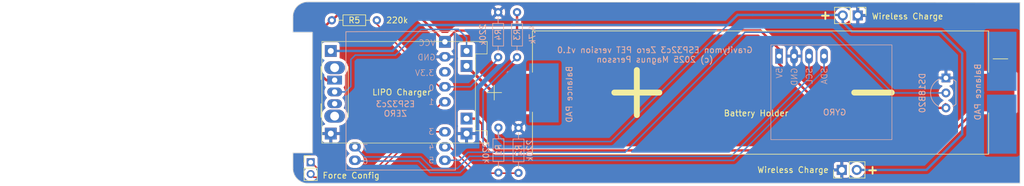
<source format=kicad_pcb>
(kicad_pcb (version 20241229) (generator "pcbnew") (generator_version "9.0")
  (title_block (title "Gravitymon PET Zero PCB") (date "2024-06-06") (company "Magnus Persson"))
  (layers (0 "F.Cu" signal) (2 "B.Cu" signal) (13 "F.Paste" user) (15 "B.Paste" user) (5 "F.SilkS" user "F.Silkscreen") (7 "B.SilkS" user "B.Silkscreen") (1 "F.Mask" user) (3 "B.Mask" user) (25 "Edge.Cuts" user))
  (net 0 "")
  (net 1 "VCC")
  (net 2 "GND")
  (net 3 "Net-(BAT2-+)")
  (net 4 "Net-(BAT2--)")
  (net 5 "/CHARGING")
  (net 6 "/CFG2")
  (net 7 "/CFG1")
  (net 8 "Net-(U5-5)")
  (net 9 "+3.3V")
  (net 10 "/VOLTAGE")
  (net 11 "/SDA")
  (net 12 "/SCL")
  (net 14 "Net-(SW2-B)")
  (net 15 "/CHARGE-5V")
  (footprint "magnus:lipo-tp4056" (layer "F.Cu") (at 95.303003 95.2604)
    (property "Reference" "U1" (hide yes))
    (property "Value" "TP-4056" (hide yes))
    (fp_line (start -14.151403 -8.6) (end -14.151403 8.6) (stroke (width 0.1)) (layer "F.SilkS"))
    (fp_line (start -14.151403 -8.6) (end 13.848597 -8.6) (stroke (width 0.1)) (layer "F.SilkS"))
    (fp_line (start -14.151403 8.6) (end 13.848597 8.6) (stroke (width 0.1)) (layer "F.SilkS"))
    (fp_line (start 11.848597 -6.502399) (end 11.848597 6.514315) (stroke (width 0.1)) (layer "F.SilkS"))
    (fp_line (start 11.848597 6.514315) (end 13.848597 6.517906) (stroke (width 0.1)) (layer "F.SilkS"))
    (fp_line (start 13.8176 -6.5024) (end 11.8684 -6.502399) (stroke (width 0.1)) (layer "F.SilkS"))
    (fp_line (start 13.848597 -8.6) (end 13.8176 -6.5024) (stroke (width 0.1)) (layer "F.SilkS"))
    (fp_line (start 13.848597 8.6) (end 13.848597 6.517906) (stroke (width 0.1)) (layer "F.SilkS"))
    (pad "1" thru_hole rect (at -12.651403 -7) (size 2 2) (drill 1) (layers "*.Cu" "*.Mask") (net 15 "/CHARGE-5V"))
    (pad "2" thru_hole rect (at -12.651403 7) (size 2 2) (drill 1) (layers "*.Cu" "*.Mask") (net 2 "GND"))
    (pad "3" thru_hole rect (at 10.348597 -7) (size 2 2) (drill 1) (layers "*.Cu" "*.Mask") (net 14 "Net-(SW2-B)"))
    (pad "4" thru_hole rect (at 10.348597 7) (size 2 2) (drill 1) (layers "*.Cu" "*.Mask") (net 2 "GND"))
    (pad "5" thru_hole rect (at 10.348597 -4.46) (size 2 2) (drill 1) (layers "*.Cu" "*.Mask") (net 3 "Net-(BAT2-+)"))
    (pad "6" thru_hole rect (at 10.348597 4.46) (size 2 2) (drill 1) (layers "*.Cu" "*.Mask") (net 4 "Net-(BAT2--)"))
  )
  (footprint "Connector_PinHeader_2.00mm:PinHeader_1x02_P2.00mm_Vertical" (layer "F.Cu") (at 79.248 107.11)
    (property "Reference" "J3" (hide yes))
    (property "Value" "Force Config" (at 6.852 2.25 0) (layer "F.SilkS"))
    (fp_line (start -1.11 -1.11) (end 0 -1.11) (stroke (width 0.12)) (layer "F.SilkS"))
    (fp_line (start -1.11 0) (end -1.11 -1.11) (stroke (width 0.12)) (layer "F.SilkS"))
    (fp_line (start -1.11 1) (end -1.11 3.11) (stroke (width 0.12)) (layer "F.SilkS"))
    (fp_line (start -1.11 1) (end 1.11 1) (stroke (width 0.12)) (layer "F.SilkS"))
    (fp_line (start -1.11 3.11) (end 1.11 3.11) (stroke (width 0.12)) (layer "F.SilkS"))
    (fp_line (start 1.11 1) (end 1.11 3.11) (stroke (width 0.12)) (layer "F.SilkS"))
    (pad "1" thru_hole rect (at 0 0) (size 1.35 1.35) (drill 0.8) (layers "*.Cu" "*.Mask") (net 6 "/CFG2"))
    (pad "2" thru_hole circle (at 0 2) (size 1.35 1.35) (drill 0.8) (layers "*.Cu" "*.Mask") (net 7 "/CFG1"))
  )
  (footprint "magnus:battery_holder_18650" (layer "F.Cu") (at 155.45 95.31)
    (property "Reference" "BAT2" (hide yes))
    (property "Value" "Battery_Cell" (hide yes))
    (fp_line (start -46.3604 0) (end -43.8604 0) (stroke (width 0.12)) (layer "F.SilkS"))
    (fp_line (start -45.1104 1.25) (end -45.1104 -1.25) (stroke (width 0.12)) (layer "F.SilkS"))
    (fp_line (start -38.64 -10.44) (end -38.64 -3.44) (stroke (width 0.12)) (layer "F.SilkS"))
    (fp_line (start -38.64 10.44) (end -38.64 3.302) (stroke (width 0.12)) (layer "F.SilkS"))
    (fp_line (start -24.765 0) (end -17.145 0) (stroke (width 1)) (layer "F.SilkS"))
    (fp_line (start -20.955 -3.81) (end -20.955 3.81) (stroke (width 1)) (layer "F.SilkS"))
    (fp_line (start 15.875 0) (end 22.225 0) (stroke (width 1)) (layer "F.SilkS"))
    (fp_line (start 38.64 -10.44) (end -38.64 -10.44) (stroke (width 0.12)) (layer "F.SilkS"))
    (fp_line (start 38.64 -3.44) (end 38.64 -10.42) (stroke (width 0.12)) (layer "F.SilkS"))
    (fp_line (start 38.64 3.44) (end 38.64 10.44) (stroke (width 0.12)) (layer "F.SilkS"))
    (fp_line (start 38.64 10.44) (end -38.64 10.44) (stroke (width 0.12)) (layer "F.SilkS"))
    (fp_line (start 41.89 -5.715) (end 39.39 -5.715) (stroke (width 0.12)) (layer "F.SilkS"))
    (pad "1" smd rect (at -39.1025 0) (size 6.885 6.35) (layers "F.Cu" "F.Mask" "F.Paste") (net 3 "Net-(BAT2-+)"))
    (pad "2" smd rect (at 39.33 0) (size 7.34 6.35) (layers "F.Cu" "F.Mask" "F.Paste") (net 4 "Net-(BAT2--)"))
  )
  (footprint "Connector_PinHeader_2.54mm:PinHeader_1x02_P2.54mm_Vertical" (layer "F.Cu") (at 169.21 108.41 90)
    (property "Reference" "J2" (hide yes))
    (property "Value" "Wireless Charge" (at 0 -8.26 180) (layer "F.SilkS"))
    (fp_line (start -1.38 -1.38) (end 0 -1.38) (stroke (width 0.12)) (layer "F.SilkS"))
    (fp_line (start -1.38 0) (end -1.38 -1.38) (stroke (width 0.12)) (layer "F.SilkS"))
    (fp_line (start 1.38 1.27) (end 1.38 3.92) (stroke (width 0.12)) (layer "F.SilkS"))
    (fp_line (start -1.38 1.27) (end 1.38 1.27) (stroke (width 0.12)) (layer "F.SilkS"))
    (fp_line (start -1.38 1.27) (end -1.38 3.92) (stroke (width 0.12)) (layer "F.SilkS"))
    (fp_line (start -1.38 3.92) (end 1.38 3.92) (stroke (width 0.12)) (layer "F.SilkS"))
    (pad "1" thru_hole rect (at 0 0 90) (size 1.7 1.7) (drill 1) (layers "*.Cu" "*.Mask") (net 2 "GND"))
    (pad "2" thru_hole circle (at 0 2.54 90) (size 1.7 1.7) (drill 1) (layers "*.Cu" "*.Mask") (net 15 "/CHARGE-5V"))
  )
  (footprint "Connector_PinHeader_2.54mm:PinHeader_1x02_P2.54mm_Vertical" (layer "F.Cu") (at 171.9122 82.2452 -90)
    (property "Reference" "J1" (hide yes))
    (property "Value" "Wireless Charge" (at 0.1524 -8.4328 180) (layer "F.SilkS"))
    (fp_line (start -1.38 3.92) (end 1.38 3.92) (stroke (width 0.12)) (layer "F.SilkS"))
    (fp_line (start -1.38 1.27) (end -1.38 3.92) (stroke (width 0.12)) (layer "F.SilkS"))
    (fp_line (start -1.38 1.27) (end 1.38 1.27) (stroke (width 0.12)) (layer "F.SilkS"))
    (fp_line (start 1.38 1.27) (end 1.38 3.92) (stroke (width 0.12)) (layer "F.SilkS"))
    (fp_line (start -1.38 0) (end -1.38 -1.38) (stroke (width 0.12)) (layer "F.SilkS"))
    (fp_line (start -1.38 -1.38) (end 0 -1.38) (stroke (width 0.12)) (layer "F.SilkS"))
    (pad "1" thru_hole rect (at 0 0 270) (size 1.7 1.7) (drill 1) (layers "*.Cu" "*.Mask") (net 2 "GND"))
    (pad "2" thru_hole circle (at 0 2.54 270) (size 1.7 1.7) (drill 1) (layers "*.Cu" "*.Mask") (net 15 "/CHARGE-5V"))
  )
  (footprint "Button_Switch_THT:SW_Slide_SPDT_Angled_CK_OS102011MA1Q" (layer "F.Cu") (at 83.3054 93.1992 -90)
    (property "Reference" "SW2" (hide yes))
    (property "Value" "SW_SPST" (hide yes))
    (fp_line (start -2.3 2.3) (end -0.1 2.3) (stroke (width 0.12)) (layer "F.SilkS"))
    (fp_line (start 4 2.3) (end 6.3 2.3) (stroke (width 0.12)) (layer "F.SilkS"))
    (fp_line (start -2.3 -2.3) (end 6.3 -2.3) (stroke (width 0.12)) (layer "F.SilkS"))
    (pad "" thru_hole oval (at -2.1 0 270) (size 2.2 3.5) (drill 1.5) (layers "*.Cu" "*.Mask"))
    (pad "" thru_hole oval (at 6.1 0 270) (size 2.2 3.5) (drill 1.5) (layers "*.Cu" "*.Mask"))
    (pad "1" thru_hole rect (at 0 0 270) (size 1.5 2.5) (drill 0.9) (layers "*.Cu" "*.Mask") (net 1 "VCC"))
    (pad "2" thru_hole oval (at 2 0 270) (size 1.5 2.5) (drill 0.9) (layers "*.Cu" "*.Mask") (net 14 "Net-(SW2-B)"))
    (pad "3" thru_hole oval (at 4 0 270) (size 1.5 2.5) (drill 0.9) (layers "*.Cu" "*.Mask"))
  )
  (footprint "Resistor_THT:R_Axial_DIN0204_L3.6mm_D1.6mm_P7.62mm_Horizontal" (layer "F.Cu") (at 90.45 83.06 180)
    (property "Reference" "R5" (at 3.81 0 180) (layer "F.SilkS"))
    (property "Value" "220k" (at -3.45 0 180) (layer "F.SilkS"))
    (fp_line (start 6.68 0) (end 5.73 0) (stroke (width 0.12)) (layer "F.SilkS"))
    (fp_line (start 0.94 0) (end 1.89 0) (stroke (width 0.12)) (layer "F.SilkS"))
    (fp_rect (start 1.89 -0.92) (end 5.73 0.92) (stroke (width 0.12)) (fill no) (layer "F.SilkS"))
    (pad "1" thru_hole circle (at 0 0 180) (size 1.4 1.4) (drill 0.7) (layers "*.Cu" "*.Mask") (net 10 "/VOLTAGE"))
    (pad "2" thru_hole circle (at 7.62 0 180) (size 1.4 1.4) (drill 0.7) (layers "*.Cu" "*.Mask") (net 1 "VCC"))
  )
  (footprint "Resistor_THT:R_Axial_DIN0204_L3.6mm_D1.6mm_P7.62mm_Horizontal" (layer "B.Cu") (at 114.2 89.32 90)
    (property "Reference" "R3" (at 3.81 0 270) (layer "B.SilkS") (effects (justify mirror)))
    (property "Value" "4.7k" (at 3.81 2.6 270) (layer "B.SilkS") (effects (justify mirror)))
    (fp_line (start 6.68 0) (end 5.73 0) (stroke (width 0.12)) (layer "B.SilkS"))
    (fp_line (start 0.94 0) (end 1.89 0) (stroke (width 0.12)) (layer "B.SilkS"))
    (fp_rect (start 1.89 0.92) (end 5.73 -0.92) (stroke (width 0.12)) (fill no) (layer "B.SilkS"))
    (pad "1" thru_hole circle (at 0 0 90) (size 1.4 1.4) (drill 0.7) (layers "*.Cu" "*.Mask") (net 8 "Net-(U5-5)"))
    (pad "2" thru_hole circle (at 7.62 0 90) (size 1.4 1.4) (drill 0.7) (layers "*.Cu" "*.Mask") (net 1 "VCC"))
  )
  (footprint "magnus:gyro-mpu6050" (layer "B.Cu") (at 167.4754 94.2186 -90)
    (property "Reference" "U7" (hide yes))
    (property "Value" "~")
    (fp_rect (start -6.985 10.28) (end 9.065 -10.23) (stroke (width 0.1)) (fill no) (layer "B.SilkS"))
    (fp_text user "SCL" (at -3.175 3.175 90) (layer "B.SilkS") (effects (font (thickness 0.1)) (justify left bottom mirror)))
    (fp_text user "SDA" (at -3.175 0.635 90) (layer "B.SilkS") (effects (font (thickness 0.1)) (justify left bottom mirror)))
    (fp_text user "5V" (at -3.175 8.255 90) (layer "B.SilkS") (effects (font (thickness 0.1)) (justify left bottom mirror)))
    (fp_text user "GND" (at -3.175 5.715 90) (layer "B.SilkS") (effects (font (thickness 0.1)) (justify left bottom mirror)))
    (pad "1" thru_hole rect (at -5.08 8.89 270) (size 2.54 1.27) (drill 0.8) (layers "*.Cu" "*.Mask") (net 1 "VCC"))
    (pad "2" thru_hole oval (at -5.08 6.35 270) (size 2.54 1.27) (drill 0.8) (layers "*.Cu" "*.Mask") (net 2 "GND"))
    (pad "3" thru_hole oval (at -5.08 3.81 270) (size 2.54 1.27) (drill 0.8) (layers "*.Cu" "*.Mask") (net 12 "/SCL"))
    (pad "4" thru_hole oval (at -5.08 1.27 270) (size 2.54 1.27) (drill 0.8) (layers "*.Cu" "*.Mask") (net 11 "/SDA"))
  )
  (footprint "Connector_Wire:SolderWirePad_1x01_SMD_5x10mm" (layer "B.Cu") (at 196.3 90.01 180)
    (property "Reference" "J4" (hide yes))
    (property "Value" "Balance 1" (hide yes))
    (pad "1" smd rect (at 0 0 180) (size 5 10) (layers "B.Cu" "B.Mask" "B.Paste"))
  )
  (footprint "Connector_Wire:SolderWirePad_1x01_SMD_5x10mm" (layer "B.Cu") (at 196.3 100.66 180)
    (property "Reference" "J5" (hide yes))
    (property "Value" "Balance 2" (hide yes))
    (pad "1" smd rect (at 0 0 180) (size 5 10) (layers "B.Cu" "B.Mask" "B.Paste"))
  )
  (footprint "Resistor_THT:R_Axial_DIN0204_L3.6mm_D1.6mm_P7.62mm_Horizontal" (layer "B.Cu") (at 111 81.7 -90)
    (property "Reference" "R4" (at 3.81 0 90) (layer "B.SilkS") (effects (justify mirror)))
    (property "Value" "220k" (at 3.81 2.6 90) (layer "B.SilkS") (effects (justify mirror)))
    (fp_line (start 0.94 0) (end 1.89 0) (stroke (width 0.12)) (layer "B.SilkS"))
    (fp_line (start 6.68 0) (end 5.73 0) (stroke (width 0.12)) (layer "B.SilkS"))
    (fp_rect (start 1.89 0.92) (end 5.73 -0.92) (stroke (width 0.12)) (fill no) (layer "B.SilkS"))
    (pad "1" thru_hole circle (at 0 0 270) (size 1.4 1.4) (drill 0.7) (layers "*.Cu" "*.Mask") (net 2 "GND"))
    (pad "2" thru_hole circle (at 7.62 0 270) (size 1.4 1.4) (drill 0.7) (layers "*.Cu" "*.Mask") (net 10 "/VOLTAGE"))
  )
  (footprint "Connector_Wire:SolderWirePad_1x01_SMD_5x10mm" (layer "B.Cu") (at 118.75 95.36 180)
    (property "Reference" "J6" (hide yes))
    (property "Value" "Balance 3" (hide yes))
    (pad "1" smd rect (at 0 0 180) (size 5 10) (layers "B.Cu" "B.Mask" "B.Paste"))
  )
  (footprint "Package_TO_SOT_THT:TO-92L_Inline_Wide" (layer "B.Cu") (at 186.85 92.83 -90)
    (property "Reference" "U8" (hide yes))
    (property "Value" "DS18B20" (at 2.55 4 90) (layer "B.SilkS") (effects (justify mirror)))
    (fp_line (start 0.6 -1.7) (end 4.45 -1.7) (stroke (width 0.12)) (layer "B.SilkS"))
    (fp_arc (start 2.54 2.6) (mid 1.143021 2.192818) (end 0.1836 1.098807) (stroke (width 0.12)) (layer "B.SilkS"))
    (fp_arc (start 4.8964 1.098807) (mid 3.936979 2.192817) (end 2.54 2.6) (stroke (width 0.12)) (layer "B.SilkS"))
    (fp_arc (start 0.217369 -1.122045) (mid 0.389183 -1.423933) (end 0.6 -1.7) (stroke (width 0.12)) (layer "B.SilkS"))
    (fp_arc (start 4.45 -1.7) (mid 4.666594 -1.419753) (end 4.842383 -1.112264) (stroke (width 0.12)) (layer "B.SilkS"))
    (pad "1" thru_hole rect (at 0 0 270) (size 1.5 1.5) (drill 0.8) (layers "*.Cu" "*.Mask") (net 2 "GND"))
    (pad "2" thru_hole circle (at 2.54 0 270) (size 1.5 1.5) (drill 0.8) (layers "*.Cu" "*.Mask") (net 8 "Net-(U5-5)"))
    (pad "3" thru_hole circle (at 5.08 0 270) (size 1.5 1.5) (drill 0.8) (layers "*.Cu" "*.Mask") (net 1 "VCC"))
  )
  (footprint "Resistor_THT:R_Axial_DIN0204_L3.6mm_D1.6mm_P7.62mm_Horizontal" (layer "B.Cu") (at 111.05 101.25 -90)
    (property "Reference" "R1" (at 3.81 0 90) (layer "B.SilkS") (effects (justify mirror)))
    (property "Value" "220k" (at 4.21 2.1 90) (layer "B.SilkS") (effects (justify mirror)))
    (fp_line (start 0.94 0) (end 1.89 0) (stroke (width 0.12)) (layer "B.SilkS"))
    (fp_line (start 6.68 0) (end 5.73 0) (stroke (width 0.12)) (layer "B.SilkS"))
    (fp_rect (start 1.89 0.92) (end 5.73 -0.92) (stroke (width 0.12)) (fill no) (layer "B.SilkS"))
    (pad "1" thru_hole circle (at 0 0 270) (size 1.4 1.4) (drill 0.7) (layers "*.Cu" "*.Mask") (net 15 "/CHARGE-5V"))
    (pad "2" thru_hole circle (at 7.62 0 270) (size 1.4 1.4) (drill 0.7) (layers "*.Cu" "*.Mask") (net 5 "/CHARGING"))
  )
  (footprint "magnus:waveshare-esp32c3-zero" (layer "B.Cu") (at 109.601 86.7156 180)
    (property "Reference" "U5" (hide yes))
    (property "Value" "~")
    (fp_line (start 24.384 1.71) (end 5.842 1.778) (stroke (width 0.12)) (layer "B.SilkS"))
    (fp_line (start 24.362636 -21.722598) (end 24.392227 1.709998) (stroke (width 0.12)) (layer "B.SilkS"))
    (fp_line (start 5.842 -21.717) (end 24.3332 -21.722407) (stroke (width 0.12)) (layer "B.SilkS"))
    (fp_line (start 5.842 -21.717) (end 5.842 1.778) (stroke (width 0.12)) (layer "B.SilkS"))
    (fp_text user "VCC" (at 9.144 -0.762 0) (layer "B.SilkS") (effects (font (thickness 0.1)) (justify left bottom mirror)))
    (fp_text user "0" (at 9.374 -8.38 0) (layer "B.SilkS") (effects (font (thickness 0.1)) (justify left bottom mirror)))
    (fp_text user "6" (at 20.574 -20.786 0) (layer "B.SilkS") (effects (font (thickness 0.1)) (justify left bottom mirror)))
    (fp_text user "3" (at 9.374 -15.8 0) (layer "B.SilkS") (effects (font (thickness 0.1)) (justify left bottom mirror)))
    (fp_text user "5" (at 9.374 -20.666 0) (layer "B.SilkS") (effects (font (thickness 0.1)) (justify left bottom mirror)))
    (fp_text user "1" (at 9.374 -10.76 0) (layer "B.SilkS") (effects (font (thickness 0.1)) (justify left bottom mirror)))
    (fp_text user "4" (at 9.374 -18.38 0) (layer "B.SilkS") (effects (font (thickness 0.1)) (justify left bottom mirror)))
    (fp_text user "3.3V" (at 9.374 -5.85 0) (layer "B.SilkS") (effects (font (thickness 0.1)) (justify left bottom mirror)))
    (fp_text user "7" (at 20.574 -18.5 0) (layer "B.SilkS") (effects (font (thickness 0.1)) (justify left bottom mirror)))
    (fp_text user "GND" (at 9.144 -3.21 0) (layer "B.SilkS") (effects (font (thickness 0.1)) (justify left bottom mirror)))
    (pad "1" thru_hole rect (at 7.62 0 180) (size 2 2) (drill 0.9) (layers "*.Cu" "*.Mask") (net 1 "VCC"))
    (pad "2" thru_hole oval (at 7.62 -2.54 180) (size 2 1.6) (drill 0.9) (layers "*.Cu" "*.Mask") (net 2 "GND"))
    (pad "3" thru_hole oval (at 7.62 -5.08 180) (size 2 1.6) (drill 0.9) (layers "*.Cu" "*.Mask") (net 9 "+3.3V"))
    (pad "4" thru_hole oval (at 7.62 -7.62 180) (size 2 1.6) (drill 0.9) (layers "*.Cu" "*.Mask") (net 10 "/VOLTAGE"))
    (pad "5" thru_hole oval (at 7.62 -10.16 180) (size 2 1.6) (drill 0.9) (layers "*.Cu" "*.Mask") (net 6 "/CFG2"))
    (pad "7" thru_hole oval (at 7.62 -15.24 180) (size 2 1.6) (drill 0.9) (layers "*.Cu" "*.Mask") (net 7 "/CFG1"))
    (pad "8" thru_hole oval (at 7.62 -17.78 180) (size 2 1.6) (drill 0.9) (layers "*.Cu" "*.Mask") (net 5 "/CHARGING"))
    (pad "9" thru_hole oval (at 7.62 -20.066 180) (size 2 1.6) (drill 0.9) (layers "*.Cu" "*.Mask") (net 8 "Net-(U5-5)"))
    (pad "10" thru_hole oval (at 22.86 -20.066 180) (size 2 1.6) (drill 0.9) (layers "*.Cu" "*.Mask") (net 11 "/SDA"))
    (pad "11" thru_hole oval (at 22.86 -17.78 180) (size 2 1.6) (drill 0.9) (layers "*.Cu" "*.Mask") (net 12 "/SCL"))
  )
  (footprint "Resistor_THT:R_Axial_DIN0204_L3.6mm_D1.6mm_P7.62mm_Horizontal" (layer "B.Cu") (at 114.45 101.3 -90)
    (property "Reference" "R2" (at 3.81 0 90) (layer "B.SilkS") (effects (justify mirror)))
    (property "Value" "220k" (at 3.81 -1.92 90) (layer "B.SilkS") (effects (justify mirror)))
    (fp_line (start 0.94 0) (end 1.89 0) (stroke (width 0.12)) (layer "B.SilkS"))
    (fp_line (start 6.68 0) (end 5.73 0) (stroke (width 0.12)) (layer "B.SilkS"))
    (fp_rect (start 1.89 0.92) (end 5.73 -0.92) (stroke (width 0.12)) (fill no) (layer "B.SilkS"))
    (pad "1" thru_hole circle (at 0 0 270) (size 1.4 1.4) (drill 0.7) (layers "*.Cu" "*.Mask") (net 2 "GND"))
    (pad "2" thru_hole circle (at 7.62 0 270) (size 1.4 1.4) (drill 0.7) (layers "*.Cu" "*.Mask") (net 5 "/CHARGING"))
  )
  (gr_arc (start 78.7146 110.66) (mid 76.969168 109.90584) (end 76.250418 108.145531) (stroke (width 0.1)) (layer "Edge.Cuts"))
  (gr_line (start 79.5528 85.09) (end 79.5528 105.537) (stroke (width 0.1)) (layer "Edge.Cuts"))
  (gr_line (start 78.7654 79.96) (end 199.390879 80.060876) (stroke (width 0.1)) (layer "Edge.Cuts"))
  (gr_line (start 199.390879 80.060876) (end 199.390879 110.658402) (stroke (width 0.1)) (layer "Edge.Cuts"))
  (gr_line (start 76.2508 105.537) (end 79.5528 105.537) (stroke (width 0.1)) (layer "Edge.Cuts"))
  (gr_line (start 76.2508 85.09) (end 79.5528 85.09) (stroke (width 0.1)) (layer "Edge.Cuts"))
  (gr_line (start 76.2508 82.474542) (end 76.2508 85.09) (stroke (width 0.1)) (layer "Edge.Cuts"))
  (gr_line (start 76.250418 108.145531) (end 76.2508 105.537) (stroke (width 0.1)) (layer "Edge.Cuts"))
  (gr_arc (start 76.2508 82.4746) (mid 76.979778 80.688978) (end 78.7654 79.96) (stroke (width 0.1)) (layer "Edge.Cuts"))
  (gr_line (start 199.4 110.6584) (end 78.714606 110.66) (stroke (width 0.1)) (layer "Edge.Cuts"))
  (gr_text "Battery Holder" (at 154.7 98.81 0) (layer "F.SilkS") (effects (font (size 1 1))))
  (gr_text "LIPO Charger" (at 94.6516 95.2604 0) (layer "F.SilkS") (effects (font (size 1 1))))
  (gr_text "+" (at 165.3 83.06 0) (layer "F.SilkS") (effects (font (size 1.5 1.5) (thickness 0.3) (bold yes)) (justify left bottom)))
  (gr_text "+" (at 173.3 109.26 0) (layer "F.SilkS") (effects (font (size 1.5 1.5) (thickness 0.3) (bold yes)) (justify left bottom)))
  (gr_text "Gravitymon ESP32c3 Zero PET version v1.0\n(c) 2025 Magnus Persson" (at 137.55 88.91 0) (layer "B.SilkS") (effects (font (size 1 1)) (justify mirror)))
  (gr_text "GYRO" (at 168 98.66 0) (layer "B.SilkS") (effects (font (size 1 1)) (justify mirror)))
  (gr_text "Balance PAD" (at 123.05 95.61 90) (layer "B.SilkS") (effects (font (size 1 1)) (justify mirror)))
  (gr_text "ESP32c3\nZERO" (at 93.6 98.06 0) (layer "B.SilkS") (effects (font (size 1 1)) (justify mirror)))
  (gr_text "Balance PAD" (at 192.25 95.21 90) (layer "B.SilkS") (effects (font (size 1 1)) (justify mirror)))
  (segment (start 114.2 84.71) (end 114.2 81.7) (width 0.4) (layer "F.Cu") (net 1))
  (segment (start 82.75 83.01) (end 82.96 83.01) (width 0.4) (layer "F.Cu") (net 1))
  (segment (start 81.8962 93.1992) (end 80.4418 91.7448) (width 0.4) (layer "F.Cu") (net 1))
  (segment (start 84.71 81.26) (end 96.5254 81.26) (width 0.4) (layer "F.Cu") (net 1))
  (segment (start 103.8866 84.81) (end 112.2252 84.81) (width 0.4) (layer "F.Cu") (net 1))
  (segment (start 158.5854 89.1386) (end 158.5854 90.4454) (width 0.4) (layer "F.Cu") (net 1))
  (segment (start 114.1248 84.7852) (end 114.2 84.71) (width 0.4) (layer "F.Cu") (net 1))
  (segment (start 101.981 86.7156) (end 103.8866 84.81) (width 0.4) (layer "F.Cu") (net 1))
  (segment (start 158.5854 87.9454) (end 158.5854 89.1386) (width 0.4) (layer "F.Cu") (net 1))
  (segment (start 186.6382 97.41) (end 186.7916 97.2566) (width 0.4) (layer "F.Cu") (net 1))
  (segment (start 112.25 84.7852) (end 155.4252 84.7852) (width 0.4) (layer "F.Cu") (net 1))
  (segment (start 166.05 97.91) (end 186.85 97.91) (width 0.4) (layer "F.Cu") (net 1))
  (segment (start 112.2252 84.81) (end 112.25 84.7852) (width 0.4) (layer "F.Cu") (net 1))
  (segment (start 82.96 83.01) (end 84.71 81.26) (width 0.4) (layer "F.Cu") (net 1))
  (segment (start 112.25 84.7852) (end 114.1248 84.7852) (width 0.4) (layer "F.Cu") (net 1))
  (segment (start 80.4418 91.7448) (end 80.4418 85.3182) (width 0.4) (layer "F.Cu") (net 1))
  (segment (start 96.5254 81.26) (end 101.981 86.7156) (width 0.4) (layer "F.Cu") (net 1))
  (segment (start 155.4252 84.7852) (end 158.5854 87.9454) (width 0.4) (layer "F.Cu") (net 1))
  (segment (start 83.3054 93.1992) (end 81.8962 93.1992) (width 0.4) (layer "F.Cu") (net 1))
  (segment (start 80.4418 85.3182) (end 82.75 83.01) (width 0.4) (layer "F.Cu") (net 1))
  (segment (start 158.5854 90.4454) (end 166.05 97.91) (width 0.4) (layer "F.Cu") (net 1))
  (segment (start 105.6516 90.8004) (end 110.2112 95.36) (width 0.5) (layer "F.Cu") (net 3))
  (segment (start 110.2112 95.36) (end 116.2755 95.36) (width 0.5) (layer "F.Cu") (net 3))
  (segment (start 116.2755 95.36) (end 116.3601 95.2754) (width 0.5) (layer "F.Cu") (net 3))
  (segment (start 110.55 105.11) (end 184.958 105.11) (width 0.4) (layer "F.Cu") (net 4))
  (segment (start 184.958 105.11) (end 194.7926 95.2754) (width 0.4) (layer "F.Cu") (net 4))
  (segment (start 107.3604 99.7204) (end 108.3 100.66) (width 0.4) (layer "F.Cu") (net 4))
  (segment (start 108.3 100.66) (end 108.3 102.86) (width 0.4) (layer "F.Cu") (net 4))
  (segment (start 105.6516 99.7204) (end 107.3604 99.7204) (width 0.4) (layer "F.Cu") (net 4))
  (segment (start 108.3 102.86) (end 110.55 105.11) (width 0.4) (layer "F.Cu") (net 4))
  (segment (start 114.14 108.96) (end 114.45 109.27) (width 0.25) (layer "F.Cu") (net 5))
  (segment (start 101.981 104.4956) (end 102.8356 104.4956) (width 0.25) (layer "F.Cu") (net 5))
  (segment (start 102.8356 104.4956) (end 107.3 108.96) (width 0.25) (layer "F.Cu") (net 5))
  (segment (start 107.3 108.96) (end 114.14 108.96) (width 0.25) (layer "F.Cu") (net 5))
  (segment (start 101.6344 96.8756) (end 101.981 96.8756) (width 0.25) (layer "F.Cu") (net 6))
  (segment (start 81.2978 109.06) (end 89.45 109.06) (width 0.25) (layer "F.Cu") (net 6))
  (segment (start 89.45 109.06) (end 101.6344 96.8756) (width 0.25) (layer "F.Cu") (net 6))
  (segment (start 79.5528 107.315) (end 81.2978 109.06) (width 0.25) (layer "F.Cu") (net 6))
  (segment (start 79.248 107.315) (end 79.5528 107.315) (width 0.25) (layer "F.Cu") (net 6))
  (segment (start 97.5044 101.9556) (end 101.981 101.9556) (width 0.25) (layer "F.Cu") (net 7))
  (segment (start 79.248 108.585) (end 79.248 109.11) (width 0.25) (layer "F.Cu") (net 7))
  (segment (start 79.248 109.11) (end 79.798 109.66) (width 0.25) (layer "F.Cu") (net 7))
  (segment (start 79.798 109.66) (end 89.8 109.66) (width 0.25) (layer "F.Cu") (net 7))
  (segment (start 89.8 109.66) (end 97.5044 101.9556) (width 0.25) (layer "F.Cu") (net 7))
  (segment (start 167.53 85.09) (end 177.81 95.37) (width 0.25) (layer "B.Cu") (net 8))
  (segment (start 177.81 95.37) (end 186.85 95.37) (width 0.25) (layer "B.Cu") (net 8))
  (segment (start 108.45 95.07) (end 108.45 105.26) (width 0.25) (layer "B.Cu") (net 8))
  (segment (start 105.9 105.41) (end 104.5284 106.7816) (width 0.25) (layer "B.Cu") (net 8))
  (segment (start 104.5284 106.7816) (end 101.981 106.7816) (width 0.25) (layer "B.Cu") (net 8))
  (segment (start 108.45 105.26) (end 108.3 105.41) (width 0.25) (layer "B.Cu") (net 8))
  (segment (start 108.3 105.41) (end 132.5118 105.41) (width 0.25) (layer "B.Cu") (net 8))
  (segment (start 114.2 89.32) (end 108.45 95.07) (width 0.25) (layer "B.Cu") (net 8))
  (segment (start 152.8318 85.09) (end 167.53 85.09) (width 0.25) (layer "B.Cu") (net 8))
  (segment (start 132.5118 105.41) (end 152.8318 85.09) (width 0.25) (layer "B.Cu") (net 8))
  (segment (start 108.3 105.41) (end 105.9 105.41) (width 0.25) (layer "B.Cu") (net 8))
  (segment (start 90.45 83.71) (end 101.1 94.36) (width 0.25) (layer "F.Cu") (net 10))
  (segment (start 101.9566 94.36) (end 101.981 94.3356) (width 0.25) (layer "F.Cu") (net 10))
  (segment (start 101.1 94.36) (end 101.9566 94.36) (width 0.25) (layer "F.Cu") (net 10))
  (segment (start 90.45 83.06) (end 90.45 83.71) (width 0.25) (layer "F.Cu") (net 10))
  (segment (start 101.981 94.3356) (end 106.2744 94.3356) (width 0.25) (layer "B.Cu") (net 10))
  (segment (start 106.2744 94.3356) (end 111 89.61) (width 0.25) (layer "B.Cu") (net 10))
  (segment (start 99.5 108.86) (end 104.55 108.86) (width 0.25) (layer "B.Cu") (net 11))
  (segment (start 166.25 91.46) (end 166.2054 91.4154) (width 0.25) (layer "B.Cu") (net 11))
  (segment (start 86.741 106.7816) (end 86.8694 106.91) (width 0.25) (layer "B.Cu") (net 11))
  (segment (start 86.8694 106.91) (end 97.55 106.91) (width 0.25) (layer "B.Cu") (net 11))
  (segment (start 166.2054 91.4154) (end 166.2054 89.1386) (width 0.25) (layer "B.Cu") (net 11))
  (segment (start 106.6 106.81) (end 150.9 106.81) (width 0.25) (layer "B.Cu") (net 11))
  (segment (start 104.55 108.86) (end 106.6 106.81) (width 0.25) (layer "B.Cu") (net 11))
  (segment (start 150.9 106.81) (end 166.25 91.46) (width 0.25) (layer "B.Cu") (net 11))
  (segment (start 97.55 106.91) (end 99.5 108.86) (width 0.25) (layer "B.Cu") (net 11))
  (segment (start 97.9 106.21) (end 99.85 108.16) (width 0.25) (layer "B.Cu") (net 12))
  (segment (start 86.741 104.4956) (end 88.4554 106.21) (width 0.25) (layer "B.Cu") (net 12))
  (segment (start 88.4554 106.21) (end 97.9 106.21) (width 0.25) (layer "B.Cu") (net 12))
  (segment (start 106.15 106.11) (end 150.45 106.11) (width 0.25) (layer "B.Cu") (net 12))
  (segment (start 99.85 108.16) (end 104.1 108.16) (width 0.25) (layer "B.Cu") (net 12))
  (segment (start 150.45 106.11) (end 163.65 92.91) (width 0.25) (layer "B.Cu") (net 12))
  (segment (start 163.65 89.154) (end 163.6654 89.1386) (width 0.25) (layer "B.Cu") (net 12))
  (segment (start 104.1 108.16) (end 106.15 106.11) (width 0.25) (layer "B.Cu") (net 12))
  (segment (start 163.65 92.91) (end 163.65 89.154) (width 0.25) (layer "B.Cu") (net 12))
  (segment (start 104.25 84.61) (end 105.6516 86.0116) (width 0.25) (layer "B.Cu") (net 14))
  (segment (start 83.3054 95.1992) (end 85.1108 95.1992) (width 0.25) (layer "B.Cu") (net 14))
  (segment (start 86.05 94.26) (end 86.05 89.71) (width 0.25) (layer "B.Cu") (net 14))
  (segment (start 105.6516 86.0116) (end 105.6516 88.2604) (width 0.25) (layer "B.Cu") (net 14))
  (segment (start 93.6 88.96) (end 97.95 84.61) (width 0.25) (layer "B.Cu") (net 14))
  (segment (start 86.8 88.96) (end 93.6 88.96) (width 0.25) (layer "B.Cu") (net 14))
  (segment (start 97.95 84.61) (end 104.25 84.61) (width 0.25) (layer "B.Cu") (net 14))
  (segment (start 85.1108 95.1992) (end 86.05 94.26) (width 0.25) (layer "B.Cu") (net 14))
  (segment (start 86.05 89.71) (end 86.8 88.96) (width 0.25) (layer "B.Cu") (net 14))
  (segment (start 123.95 83.86) (end 97.5 83.86) (width 0.4) (layer "B.Cu") (net 15))
  (segment (start 169.3722 82.2452) (end 169.3722 83.4322) (width 0.4) (layer "B.Cu") (net 15))
  (segment (start 169.3722 83.4322) (end 170.95 85.01) (width 0.4) (layer "B.Cu") (net 15))
  (segment (start 151.55 82.16) (end 149.85 83.86) (width 0.4) (layer "B.Cu") (net 15))
  (segment (start 169.287 82.16) (end 154.1 82.16) (width 0.4) (layer "B.Cu") (net 15))
  (segment (start 169.3722 82.2452) (end 169.287 82.16) (width 0.4) (layer "B.Cu") (net 15))
  (segment (start 97.5 83.86) (end 93.0996 88.2604) (width 0.4) (layer "B.Cu") (net 15))
  (segment (start 185.95 85.01) (end 189.6 88.66) (width 0.4) (layer "B.Cu") (net 15))
  (segment (start 111.05 101.25) (end 111.05 102.66) (width 0.25) (layer "B.Cu") (net 15))
  (segment (start 189.6 88.66) (end 189.6 102.36) (width 0.4) (layer "B.Cu") (net 15))
  (segment (start 154.1 82.16) (end 151.55 82.16) (width 0.4) (layer "B.Cu") (net 15))
  (segment (start 112 103.61) (end 130.1 103.61) (width 0.25) (layer "B.Cu") (net 15))
  (segment (start 123.45 83.86) (end 123.95 83.86) (width 0.4) (layer "B.Cu") (net 15))
  (segment (start 183.55 108.41) (end 171.75 108.41) (width 0.4) (layer "B.Cu") (net 15))
  (segment (start 111.05 102.66) (end 112 103.61) (width 0.25) (layer "B.Cu") (net 15))
  (segment (start 149.85 83.86) (end 123.95 83.86) (width 0.4) (layer "B.Cu") (net 15))
  (segment (start 93.0996 88.2604) (end 82.6516 88.2604) (width 0.4) (layer "B.Cu") (net 15))
  (segment (start 170.95 85.01) (end 185.95 85.01) (width 0.4) (layer "B.Cu") (net 15))
  (segment (start 130.1 103.61) (end 149.85 83.86) (width 0.25) (layer "B.Cu") (net 15))
  (segment (start 189.6 102.36) (end 183.55 108.41) (width 0.4) (layer "B.Cu") (net 15))
  (zone (net 2) (net_name "GND") (layer "F.Cu") (connect_pads (clearance 0.5)) (min_thickness 0.25) (fill yes (thermal_gap 0.5) (thermal_bridge_width 0.5))
    (polygon (pts (xy 75.9968 79.756) (xy 199.9234 79.629) (xy 199.8726 111.125) (xy 75.692 111.0488)))
  )
  (zone (net 2) (net_name "GND") (layer "B.Cu") (connect_pads (clearance 0.5)) (min_thickness 0.25) (fill yes (thermal_gap 0.5) (thermal_bridge_width 0.5))
    (polygon (pts (xy 76.174936 79.829597) (xy 200.101536 79.702597) (xy 200.050736 111.198597) (xy 75.870136 111.122397)))
  )
)
</source>
